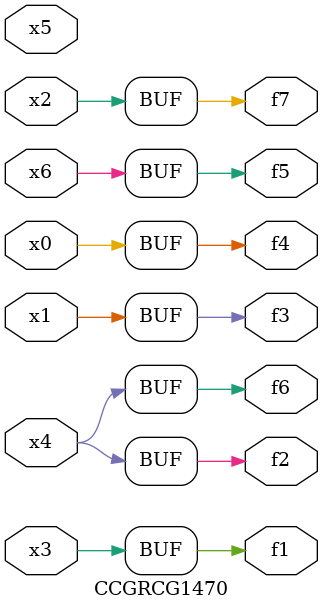
<source format=v>
module CCGRCG1470(
	input x0, x1, x2, x3, x4, x5, x6,
	output f1, f2, f3, f4, f5, f6, f7
);
	assign f1 = x3;
	assign f2 = x4;
	assign f3 = x1;
	assign f4 = x0;
	assign f5 = x6;
	assign f6 = x4;
	assign f7 = x2;
endmodule

</source>
